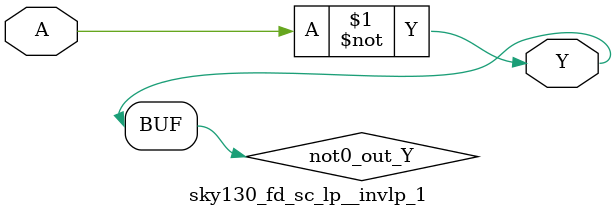
<source format=v>
/*
 * Copyright 2020 The SkyWater PDK Authors
 *
 * Licensed under the Apache License, Version 2.0 (the "License");
 * you may not use this file except in compliance with the License.
 * You may obtain a copy of the License at
 *
 *     https://www.apache.org/licenses/LICENSE-2.0
 *
 * Unless required by applicable law or agreed to in writing, software
 * distributed under the License is distributed on an "AS IS" BASIS,
 * WITHOUT WARRANTIES OR CONDITIONS OF ANY KIND, either express or implied.
 * See the License for the specific language governing permissions and
 * limitations under the License.
 *
 * SPDX-License-Identifier: Apache-2.0
*/


`ifndef SKY130_FD_SC_LP__INVLP_1_FUNCTIONAL_V
`define SKY130_FD_SC_LP__INVLP_1_FUNCTIONAL_V

/**
 * invlp: Low Power Inverter.
 *
 * Verilog simulation functional model.
 */

`timescale 1ns / 1ps
`default_nettype none

`celldefine
module sky130_fd_sc_lp__invlp_1 (
    Y,
    A
);

    // Module ports
    output Y;
    input  A;

    // Local signals
    wire not0_out_Y;

    //  Name  Output      Other arguments
    not not0 (not0_out_Y, A              );
    buf buf0 (Y         , not0_out_Y     );

endmodule
`endcelldefine

`default_nettype wire
`endif  // SKY130_FD_SC_LP__INVLP_1_FUNCTIONAL_V

</source>
